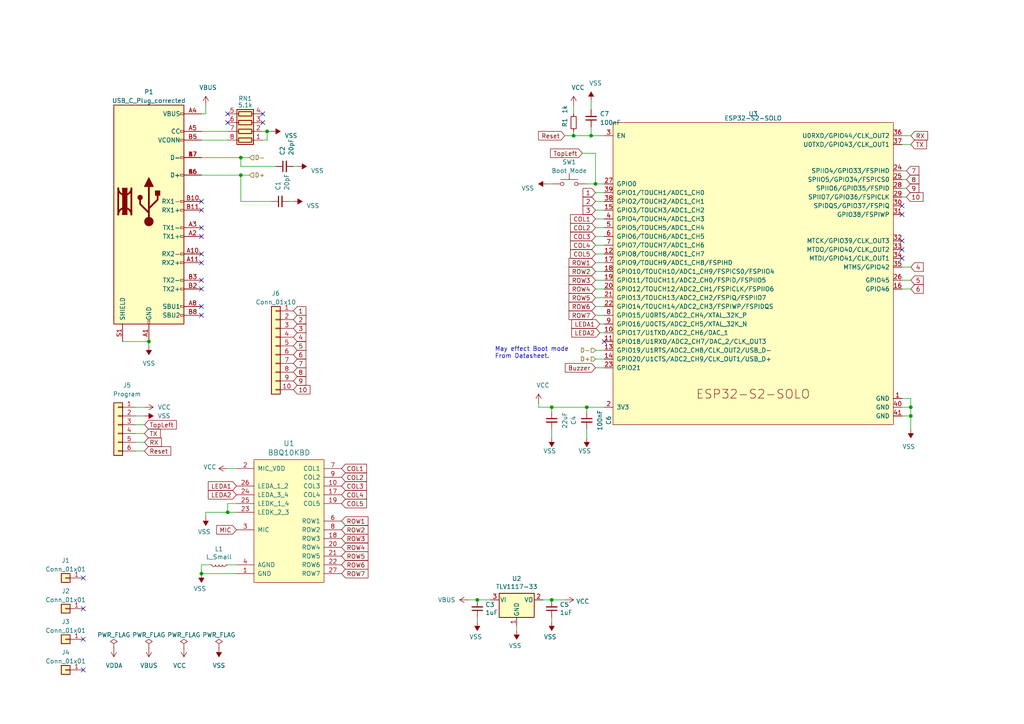
<source format=kicad_sch>
(kicad_sch (version 20220126) (generator eeschema)
  (paper "A4")
  (lib_symbols
    (symbol "Connector_Generic:Conn_01x01" (pin_names (offset 1.016) hide)
      (property "Reference" "J" (at 0 2.54 0))
      (property "Value" "Conn_01x01" (at 0 -2.54 0))
      (symbol "Conn_01x01_1_1"
        (rectangle (start -1.27 0.127) (end 0 -0.127) (stroke (width 0.1524)))
        (rectangle (start -1.27 1.27) (end 1.27 -1.27) (stroke (width 0.254)) (fill (type background)))
        (pin passive line (at -5.08 0 0) (length 3.81) (name "Pin_1") (number "1"))
      )
    )
    (symbol "Connector_Generic:Conn_01x06" (pin_names (offset 1.016) hide)
      (property "Reference" "J" (at 0 7.62 0))
      (property "Value" "Conn_01x06" (at 0 -10.16 0))
      (symbol "Conn_01x06_1_1"
        (rectangle (start -1.27 -7.493) (end 0 -7.747) (stroke (width 0.1524)))
        (rectangle (start -1.27 -4.953) (end 0 -5.207) (stroke (width 0.1524)))
        (rectangle (start -1.27 -2.413) (end 0 -2.667) (stroke (width 0.1524)))
        (rectangle (start -1.27 0.127) (end 0 -0.127) (stroke (width 0.1524)))
        (rectangle (start -1.27 2.667) (end 0 2.413) (stroke (width 0.1524)))
        (rectangle (start -1.27 5.207) (end 0 4.953) (stroke (width 0.1524)))
        (rectangle (start -1.27 6.35) (end 1.27 -8.89) (stroke (width 0.254)) (fill (type background)))
        (pin passive line (at -5.08 5.08 0) (length 3.81) (name "Pin_1") (number "1"))
        (pin passive line (at -5.08 2.54 0) (length 3.81) (name "Pin_2") (number "2"))
        (pin passive line (at -5.08 0 0) (length 3.81) (name "Pin_3") (number "3"))
        (pin passive line (at -5.08 -2.54 0) (length 3.81) (name "Pin_4") (number "4"))
        (pin passive line (at -5.08 -5.08 0) (length 3.81) (name "Pin_5") (number "5"))
        (pin passive line (at -5.08 -7.62 0) (length 3.81) (name "Pin_6") (number "6"))
      )
    )
    (symbol "Connector_Generic:Conn_01x10" (pin_names (offset 1.016) hide)
      (property "Reference" "J" (at 0 12.7 0))
      (property "Value" "Conn_01x10" (at 0 -15.24 0))
      (symbol "Conn_01x10_1_1"
        (rectangle (start -1.27 -12.573) (end 0 -12.827) (stroke (width 0.1524)))
        (rectangle (start -1.27 -10.033) (end 0 -10.287) (stroke (width 0.1524)))
        (rectangle (start -1.27 -7.493) (end 0 -7.747) (stroke (width 0.1524)))
        (rectangle (start -1.27 -4.953) (end 0 -5.207) (stroke (width 0.1524)))
        (rectangle (start -1.27 -2.413) (end 0 -2.667) (stroke (width 0.1524)))
        (rectangle (start -1.27 0.127) (end 0 -0.127) (stroke (width 0.1524)))
        (rectangle (start -1.27 2.667) (end 0 2.413) (stroke (width 0.1524)))
        (rectangle (start -1.27 5.207) (end 0 4.953) (stroke (width 0.1524)))
        (rectangle (start -1.27 7.747) (end 0 7.493) (stroke (width 0.1524)))
        (rectangle (start -1.27 10.287) (end 0 10.033) (stroke (width 0.1524)))
        (rectangle (start -1.27 11.43) (end 1.27 -13.97) (stroke (width 0.254)) (fill (type background)))
        (pin passive line (at -5.08 10.16 0) (length 3.81) (name "Pin_1") (number "1"))
        (pin passive line (at -5.08 -12.7 0) (length 3.81) (name "Pin_10") (number "10"))
        (pin passive line (at -5.08 7.62 0) (length 3.81) (name "Pin_2") (number "2"))
        (pin passive line (at -5.08 5.08 0) (length 3.81) (name "Pin_3") (number "3"))
        (pin passive line (at -5.08 2.54 0) (length 3.81) (name "Pin_4") (number "4"))
        (pin passive line (at -5.08 0 0) (length 3.81) (name "Pin_5") (number "5"))
        (pin passive line (at -5.08 -2.54 0) (length 3.81) (name "Pin_6") (number "6"))
        (pin passive line (at -5.08 -5.08 0) (length 3.81) (name "Pin_7") (number "7"))
        (pin passive line (at -5.08 -7.62 0) (length 3.81) (name "Pin_8") (number "8"))
        (pin passive line (at -5.08 -10.16 0) (length 3.81) (name "Pin_9") (number "9"))
      )
    )
    (symbol "Device:C_Small" (pin_numbers hide) (pin_names (offset 0.254) hide)
      (property "Reference" "C" (at 0.254 1.778 0))
      (property "Value" "C_Small" (at 0.254 -2.032 0))
      (symbol "C_Small_0_1"
        (polyline (pts (xy -1.524 -0.508) (xy 1.524 -0.508)) (stroke (width 0.3302)))
        (polyline (pts (xy -1.524 0.508) (xy 1.524 0.508)) (stroke (width 0.3048)))
      )
      (symbol "C_Small_1_1"
        (pin passive line (at 0 2.54 270) (length 2.032) (name "~") (number "1"))
        (pin passive line (at 0 -2.54 90) (length 2.032) (name "~") (number "2"))
      )
    )
    (symbol "Device:L_Small" (pin_numbers hide) (pin_names (offset 0.254) hide)
      (property "Reference" "L" (at 0.762 1.016 0))
      (property "Value" "L_Small" (at 0.762 -1.016 0))
      (symbol "L_Small_0_1"
        (arc (start 0 -2.032) (mid 0.508 -1.524) (end 0 -1.016))
        (arc (start 0 -1.016) (mid 0.508 -0.508) (end 0 0))
        (arc (start 0 0) (mid 0.508 0.508) (end 0 1.016))
        (arc (start 0 1.016) (mid 0.508 1.524) (end 0 2.032))
      )
      (symbol "L_Small_1_1"
        (pin passive line (at 0 2.54 270) (length 0.508) (name "~") (number "1"))
        (pin passive line (at 0 -2.54 90) (length 0.508) (name "~") (number "2"))
      )
    )
    (symbol "Device:R_Pack04" (pin_names (offset 0) hide)
      (property "Reference" "RN" (at -7.62 0 90))
      (property "Value" "R_Pack04" (at 5.08 0 90))
      (symbol "R_Pack04_0_1"
        (rectangle (start -6.35 -2.413) (end 3.81 2.413) (stroke (width 0.254)) (fill (type background)))
        (rectangle (start -5.715 1.905) (end -4.445 -1.905) (stroke (width 0.254)))
        (rectangle (start -3.175 1.905) (end -1.905 -1.905) (stroke (width 0.254)))
        (rectangle (start -0.635 1.905) (end 0.635 -1.905) (stroke (width 0.254)))
        (polyline (pts (xy -5.08 -2.54) (xy -5.08 -1.905)))
        (polyline (pts (xy -5.08 1.905) (xy -5.08 2.54)))
        (polyline (pts (xy -2.54 -2.54) (xy -2.54 -1.905)))
        (polyline (pts (xy -2.54 1.905) (xy -2.54 2.54)))
        (polyline (pts (xy 0 -2.54) (xy 0 -1.905)))
        (polyline (pts (xy 0 1.905) (xy 0 2.54)))
        (polyline (pts (xy 2.54 -2.54) (xy 2.54 -1.905)))
        (polyline (pts (xy 2.54 1.905) (xy 2.54 2.54)))
        (rectangle (start 1.905 1.905) (end 3.175 -1.905) (stroke (width 0.254)))
      )
      (symbol "R_Pack04_1_1"
        (pin passive line (at -5.08 -5.08 90) (length 2.54) (name "R1.1") (number "1"))
        (pin passive line (at -2.54 -5.08 90) (length 2.54) (name "R2.1") (number "2"))
        (pin passive line (at 0 -5.08 90) (length 2.54) (name "R3.1") (number "3"))
        (pin passive line (at 2.54 -5.08 90) (length 2.54) (name "R4.1") (number "4"))
        (pin passive line (at 2.54 5.08 270) (length 2.54) (name "R4.2") (number "5"))
        (pin passive line (at 0 5.08 270) (length 2.54) (name "R3.2") (number "6"))
        (pin passive line (at -2.54 5.08 270) (length 2.54) (name "R2.2") (number "7"))
        (pin passive line (at -5.08 5.08 270) (length 2.54) (name "R1.2") (number "8"))
      )
    )
    (symbol "Device:R_Small" (pin_numbers hide) (pin_names (offset 0.254) hide)
      (property "Reference" "R" (at 0.762 0.508 0))
      (property "Value" "R_Small" (at 0.762 -1.016 0))
      (symbol "R_Small_0_1"
        (rectangle (start -0.762 1.778) (end 0.762 -1.778) (stroke (width 0.2032)))
      )
      (symbol "R_Small_1_1"
        (pin passive line (at 0 2.54 270) (length 0.762) (name "~") (number "1"))
        (pin passive line (at 0 -2.54 90) (length 0.762) (name "~") (number "2"))
      )
    )
    (symbol "E73_Test-rescue:BBQ10KBD-Keyboard" (pin_names (offset 1.016))
      (property "Reference" "U" (at 10.16 19.05 0))
      (property "Value" "BBQ10KBD-Keyboard" (at 1.27 -19.05 0))
      (symbol "BBQ10KBD-Keyboard_0_1"
        (rectangle (start -10.16 17.78) (end 10.16 -17.78) (fill (type background)))
      )
      (symbol "BBQ10KBD-Keyboard_1_1"
        (pin power_in line (at -15.24 -15.24 0) (length 5.08) (name "GND") (number "1"))
        (pin output line (at 15.24 10.16 180) (length 5.08) (name "COL3") (number "10"))
        (pin passive line (at -15.24 -15.24 0) (length 5.08) hide (name "GND") (number "11"))
        (pin passive line (at -15.24 -15.24 0) (length 5.08) hide (name "GND") (number "12"))
        (pin passive line (at -15.24 -15.24 0) (length 5.08) hide (name "GND") (number "13"))
        (pin passive line (at -15.24 -15.24 0) (length 5.08) hide (name "GND") (number "14"))
        (pin passive line (at -15.24 -15.24 0) (length 5.08) hide (name "GND") (number "15"))
        (pin passive line (at -15.24 -15.24 0) (length 5.08) hide (name "GND") (number "16"))
        (pin output line (at 15.24 7.62 180) (length 5.08) (name "COL4") (number "17"))
        (pin output line (at 15.24 -5.08 180) (length 5.08) (name "ROW3") (number "18"))
        (pin output line (at 15.24 5.08 180) (length 5.08) (name "COL5") (number "19"))
        (pin power_in line (at -15.24 15.24 0) (length 5.08) (name "MIC_VDD") (number "2"))
        (pin output line (at 15.24 -7.62 180) (length 5.08) (name "ROW4") (number "20"))
        (pin output line (at 15.24 -10.16 180) (length 5.08) (name "ROW5") (number "21"))
        (pin output line (at 15.24 -12.7 180) (length 5.08) (name "ROW6") (number "22"))
        (pin power_in line (at -15.24 2.54 0) (length 5.08) (name "LEDK_2_3") (number "23"))
        (pin power_in line (at -15.24 7.62 0) (length 5.08) (name "LEDA_3_4") (number "24"))
        (pin power_in line (at -15.24 5.08 0) (length 5.08) (name "LEDK_1_4") (number "25"))
        (pin power_in line (at -15.24 10.16 0) (length 5.08) (name "LEDA_1_2") (number "26"))
        (pin output line (at 15.24 -15.24 180) (length 5.08) (name "ROW7") (number "27"))
        (pin passive line (at -15.24 -15.24 0) (length 5.08) hide (name "GND") (number "28"))
        (pin output line (at -15.24 -2.54 0) (length 5.08) (name "MIC") (number "3"))
        (pin power_in line (at -15.24 -12.7 0) (length 5.08) (name "AGND") (number "4"))
        (pin passive line (at -15.24 -15.24 0) (length 5.08) hide (name "GND") (number "5"))
        (pin output line (at 15.24 0 180) (length 5.08) (name "ROW1") (number "6"))
        (pin output line (at 15.24 15.24 180) (length 5.08) (name "COL1") (number "7"))
        (pin output line (at 15.24 -2.54 180) (length 5.08) (name "ROW2") (number "8"))
        (pin output line (at 15.24 12.7 180) (length 5.08) (name "COL2") (number "9"))
      )
    )
    (symbol "Espressif:ESP32-S2-SOLO" (pin_names (offset 1.016))
      (property "Reference" "U" (at 0 43.18 0))
      (property "Value" "ESP32-S2-SOLO" (at 0 -46.99 0))
      (symbol "ESP32-S2-SOLO_0_1"
        (rectangle (start -40.64 41.91) (end 40.64 -45.72) (fill (type background)))
      )
      (symbol "ESP32-S2-SOLO_1_1"
        (text "ESP32-S2-SOLO" (at 0 -36.83 0) (effects (font (size 2.54 2.54))))
        (pin power_in line (at 43.18 -38.1 180) (length 2.54) (name "GND") (number "1"))
        (pin bidirectional line (at -43.18 -19.05 0) (length 2.54) (name "GPIO17/U1TXD/ADC2_CH6/DAC_1") (number "10"))
        (pin bidirectional line (at -43.18 -21.59 0) (length 2.54) (name "GPIO18/U1RXD/ADC2_CH7/DAC_2/CLK_OUT3") (number "11"))
        (pin bidirectional line (at -43.18 3.81 0) (length 2.54) (name "GPIO8/TOUCH8/ADC1_CH7") (number "12"))
        (pin bidirectional line (at -43.18 -24.13 0) (length 2.54) (name "GPIO19/U1RTS/ADC2_CH8/CLK_OUT2/USB_D-") (number "13"))
        (pin bidirectional line (at -43.18 -26.67 0) (length 2.54) (name "GPIO20/U1CTS/ADC2_CH9/CLK_OUT1/USB_D+") (number "14"))
        (pin bidirectional line (at -43.18 16.51 0) (length 2.54) (name "GPIO3/TOUCH3/ADC1_CH2") (number "15"))
        (pin input line (at 43.18 -6.35 180) (length 2.54) (name "GPIO46") (number "16"))
        (pin bidirectional line (at -43.18 1.27 0) (length 2.54) (name "GPIO9/TOUCH9/ADC1_CH8/FSPIHD") (number "17"))
        (pin bidirectional line (at -43.18 -1.27 0) (length 2.54) (name "GPIO10/TOUCH10/ADC1_CH9/FSPICS0/FSPIIO4") (number "18"))
        (pin bidirectional line (at -43.18 -3.81 0) (length 2.54) (name "GPIO11/TOUCH11/ADC2_CH0/FSPID/FSPIIO5") (number "19"))
        (pin power_in line (at -43.18 -40.64 0) (length 2.54) (name "3V3") (number "2"))
        (pin bidirectional line (at -43.18 -6.35 0) (length 2.54) (name "GPIO12/TOUCH12/ADC2_CH1/FSPICLK/FSPIIO6") (number "20"))
        (pin bidirectional line (at -43.18 -8.89 0) (length 2.54) (name "GPIO13/TOUCH13/ADC2_CH2/FSPIQ/FSPIIO7") (number "21"))
        (pin bidirectional line (at -43.18 -11.43 0) (length 2.54) (name "GPIO14/TOUCH14/ADC2_CH3/FSPIWP/FSPIDQS") (number "22"))
        (pin bidirectional line (at -43.18 -29.21 0) (length 2.54) (name "GPIO21") (number "23"))
        (pin bidirectional line (at 43.18 27.94 180) (length 2.54) (name "SPIIO4/GPIO33/FSPIHD") (number "24"))
        (pin bidirectional line (at 43.18 25.4 180) (length 2.54) (name "SPIIO5/GPIO34/FSPICS0") (number "25"))
        (pin bidirectional line (at 43.18 -3.81 180) (length 2.54) (name "GPIO45") (number "26"))
        (pin bidirectional line (at -43.18 24.13 0) (length 2.54) (name "GPIO0") (number "27"))
        (pin bidirectional line (at 43.18 22.86 180) (length 2.54) (name "SPIIO6/GPIO35/FSPID") (number "28"))
        (pin bidirectional line (at 43.18 20.32 180) (length 2.54) (name "SPIIO7/GPIO36/FSPICLK") (number "29"))
        (pin bidirectional line (at -43.18 38.1 0) (length 2.54) (name "EN") (number "3"))
        (pin bidirectional line (at 43.18 17.78 180) (length 2.54) (name "SPIDQS/GPIO37/FSPIQ") (number "30"))
        (pin bidirectional line (at 43.18 15.24 180) (length 2.54) (name "GPIO38/FSPIWP") (number "31"))
        (pin bidirectional line (at 43.18 7.62 180) (length 2.54) (name "MTCK/GPIO39/CLK_OUT3") (number "32"))
        (pin bidirectional line (at 43.18 5.08 180) (length 2.54) (name "MTDO/GPIO40/CLK_OUT2") (number "33"))
        (pin bidirectional line (at 43.18 2.54 180) (length 2.54) (name "MTDI/GPIO41/CLK_OUT1") (number "34"))
        (pin bidirectional line (at 43.18 0 180) (length 2.54) (name "MTMS/GPIO42") (number "35"))
        (pin bidirectional line (at 43.18 38.1 180) (length 2.54) (name "U0RXD/GPIO44/CLK_OUT2") (number "36"))
        (pin bidirectional line (at 43.18 35.56 180) (length 2.54) (name "U0TXD/GPIO43/CLK_OUT1") (number "37"))
        (pin bidirectional line (at -43.18 19.05 0) (length 2.54) (name "GPIO2/TOUCH2/ADC1_CH1") (number "38"))
        (pin bidirectional line (at -43.18 21.59 0) (length 2.54) (name "GPIO1/TOUCH1/ADC1_CH0") (number "39"))
        (pin bidirectional line (at -43.18 13.97 0) (length 2.54) (name "GPIO4/TOUCH4/ADC1_CH3") (number "4"))
        (pin input line (at 43.18 -40.64 180) (length 2.54) (name "GND") (number "40"))
        (pin input line (at 43.18 -43.18 180) (length 2.54) (name "GND") (number "41"))
        (pin bidirectional line (at -43.18 11.43 0) (length 2.54) (name "GPIO5/TOUCH5/ADC1_CH4") (number "5"))
        (pin bidirectional line (at -43.18 8.89 0) (length 2.54) (name "GPIO6/TOUCH6/ADC1_CH5") (number "6"))
        (pin bidirectional line (at -43.18 6.35 0) (length 2.54) (name "GPIO7/TOUCH7/ADC1_CH6") (number "7"))
        (pin bidirectional line (at -43.18 -13.97 0) (length 2.54) (name "GPIO15/U0RTS/ADC2_CH4/XTAL_32K_P") (number "8"))
        (pin bidirectional line (at -43.18 -16.51 0) (length 2.54) (name "GPIO16/U0CTS/ADC2_CH5/XTAL_32K_N") (number "9"))
      )
    )
    (symbol "Regulator_Linear:TLV1117-33" (pin_names (offset 0.254))
      (property "Reference" "U" (at -3.81 3.175 0))
      (property "Value" "TLV1117-33" (at 0 3.175 0))
      (symbol "TLV1117-33_0_1"
        (rectangle (start -5.08 -5.08) (end 5.08 1.905) (stroke (width 0.254)) (fill (type background)))
      )
      (symbol "TLV1117-33_1_1"
        (pin power_in line (at 0 -7.62 90) (length 2.54) (name "GND") (number "1"))
        (pin power_out line (at 7.62 0 180) (length 2.54) (name "VO") (number "2"))
        (pin power_in line (at -7.62 0 0) (length 2.54) (name "VI") (number "3"))
      )
    )
    (symbol "Switch:SW_Push" (pin_numbers hide) (pin_names (offset 1.016) hide)
      (property "Reference" "SW" (at 1.27 2.54 0))
      (property "Value" "SW_Push" (at 0 -1.524 0))
      (symbol "SW_Push_0_1"
        (circle (center -2.032 0) (radius 0.508))
        (polyline (pts (xy 0 1.27) (xy 0 3.048)))
        (polyline (pts (xy 2.54 1.27) (xy -2.54 1.27)))
        (circle (center 2.032 0) (radius 0.508))
        (pin passive line (at -5.08 0 0) (length 2.54) (name "1") (number "1"))
        (pin passive line (at 5.08 0 180) (length 2.54) (name "2") (number "2"))
      )
    )
    (symbol "USB_C_Plug_corrected_1" (pin_names (offset 1.016))
      (property "Reference" "P" (at -10.16 29.21 0))
      (property "Value" "USB_C_Plug_corrected_1" (at 10.16 29.21 0))
      (symbol "USB_C_Plug_corrected_1_0_0"
        (rectangle (start -0.254 -35.56) (end 0.254 -34.544))
        (rectangle (start 10.16 -32.766) (end 9.144 -33.274))
        (rectangle (start 10.16 -30.226) (end 9.144 -30.734))
        (rectangle (start 10.16 -25.146) (end 9.144 -25.654))
        (rectangle (start 10.16 -22.606) (end 9.144 -23.114))
        (rectangle (start 10.16 -17.526) (end 9.144 -18.034))
        (rectangle (start 10.16 -14.986) (end 9.144 -15.494))
        (rectangle (start 10.16 -9.906) (end 9.144 -10.414))
        (rectangle (start 10.16 -7.366) (end 9.144 -7.874))
        (rectangle (start 10.16 -2.286) (end 9.144 -2.794))
        (rectangle (start 10.16 0.254) (end 9.144 -0.254))
        (rectangle (start 10.16 7.874) (end 9.144 7.366))
        (rectangle (start 10.16 12.954) (end 9.144 12.446))
        (rectangle (start 10.16 18.034) (end 9.144 17.526))
        (rectangle (start 10.16 20.574) (end 9.144 20.066))
        (rectangle (start 10.16 25.654) (end 9.144 25.146))
      )
      (symbol "USB_C_Plug_corrected_1_0_1"
        (rectangle (start -10.16 27.94) (end 10.16 -35.56) (stroke (width 0.254)) (fill (type background)))
        (arc (start -8.89 3.81) (mid -6.985 1.905) (end -5.08 3.81) (stroke (width 0.508)))
        (rectangle (start -7.62 -3.81) (end -6.35 3.81) (stroke (width 0.254)) (fill (type outline)))
        (arc (start -7.62 3.81) (mid -6.985 3.175) (end -6.35 3.81) (stroke (width 0.254)))
        (arc (start -7.62 3.81) (mid -6.985 3.175) (end -6.35 3.81) (stroke (width 0.254)) (fill (type outline)))
        (arc (start -6.35 -3.81) (mid -6.985 -3.175) (end -7.62 -3.81) (stroke (width 0.254)))
        (arc (start -6.35 -3.81) (mid -6.985 -3.175) (end -7.62 -3.81) (stroke (width 0.254)) (fill (type outline)))
        (arc (start -5.08 -3.81) (mid -6.985 -1.905) (end -8.89 -3.81) (stroke (width 0.508)))
        (polyline (pts (xy -8.89 -3.81) (xy -8.89 3.81)) (stroke (width 0.508)))
        (polyline (pts (xy -5.08 3.81) (xy -5.08 -3.81)) (stroke (width 0.508)))
      )
      (symbol "USB_C_Plug_corrected_1_1_1"
        (circle (center -2.54 1.143) (radius 0.635) (stroke (width 0.254)) (fill (type outline)))
        (circle (center 0 -5.842) (radius 1.27) (fill (type outline)))
        (polyline (pts (xy 0 -5.842) (xy 0 4.318)) (stroke (width 0.508)))
        (polyline (pts (xy 0 -3.302) (xy -2.54 -0.762) (xy -2.54 0.508)) (stroke (width 0.508)))
        (polyline (pts (xy 0 -2.032) (xy 2.54 0.508) (xy 2.54 1.778)) (stroke (width 0.508)))
        (polyline (pts (xy -1.27 4.318) (xy 0 6.858) (xy 1.27 4.318) (xy -1.27 4.318)) (stroke (width 0.254)) (fill (type outline)))
        (rectangle (start 1.905 1.778) (end 3.175 3.048) (stroke (width 0.254)) (fill (type outline)))
        (pin passive line (at 0 -40.64 90) (length 5.08) (name "GND") (number "A1"))
        (pin bidirectional line (at 15.24 -15.24 180) (length 5.08) (name "RX2-") (number "A10"))
        (pin bidirectional line (at 15.24 -17.78 180) (length 5.08) (name "RX2+") (number "A11"))
        (pin passive line (at 0 -40.64 90) (length 5.08) hide (name "GND") (number "A12"))
        (pin bidirectional line (at 15.24 -10.16 180) (length 5.08) (name "TX1+") (number "A2"))
        (pin bidirectional line (at 15.24 -7.62 180) (length 5.08) (name "TX1-") (number "A3"))
        (pin passive line (at 15.24 25.4 180) (length 5.08) (name "VBUS") (number "A4"))
        (pin bidirectional line (at 15.24 20.32 180) (length 5.08) (name "CC") (number "A5"))
        (pin bidirectional line (at 15.24 7.62 180) (length 5.08) (name "D+") (number "A6"))
        (pin bidirectional line (at 15.24 12.7 180) (length 5.08) (name "D-") (number "A7"))
        (pin bidirectional line (at 15.24 -30.48 180) (length 5.08) (name "SBU1") (number "A8"))
        (pin passive line (at 15.24 25.4 180) (length 5.08) hide (name "VBUS") (number "A9"))
        (pin passive line (at 0 -40.64 90) (length 5.08) hide (name "GND") (number "B1"))
        (pin bidirectional line (at 15.24 0 180) (length 5.08) (name "RX1-") (number "B10"))
        (pin bidirectional line (at 15.24 -2.54 180) (length 5.08) (name "RX1+") (number "B11"))
        (pin passive line (at 0 -40.64 90) (length 5.08) hide (name "GND") (number "B12"))
        (pin bidirectional line (at 15.24 -25.4 180) (length 5.08) (name "TX2+") (number "B2"))
        (pin bidirectional line (at 15.24 -22.86 180) (length 5.08) (name "TX2-") (number "B3"))
        (pin passive line (at 15.24 25.4 180) (length 5.08) hide (name "VBUS") (number "B4"))
        (pin bidirectional line (at 15.24 17.78 180) (length 5.08) (name "VCONN") (number "B5"))
        (pin bidirectional line (at 15.24 7.62 180) (length 5.08) (name "D+") (number "B6"))
        (pin bidirectional line (at 15.24 12.7 180) (length 5.08) (name "D-") (number "B7"))
        (pin bidirectional line (at 15.24 -33.02 180) (length 5.08) (name "SBU2") (number "B8"))
        (pin passive line (at 15.24 25.4 180) (length 5.08) hide (name "VBUS") (number "B9"))
        (pin passive line (at -7.62 -40.64 90) (length 5.08) (name "SHIELD") (number "S1"))
      )
    )
    (symbol "power:PWR_FLAG" (power) (pin_numbers hide) (pin_names (offset 0) hide)
      (property "Value" "PWR_FLAG" (at 0 3.81 0))
      (symbol "PWR_FLAG_0_0"
        (pin power_out line (at 0 0 90) (length 0) (name "pwr") (number "1"))
      )
      (symbol "PWR_FLAG_0_1"
        (polyline (pts (xy 0 0) (xy 0 1.27) (xy -1.016 1.905) (xy 0 2.54) (xy 1.016 1.905) (xy 0 1.27)))
      )
    )
    (symbol "power:VBUS" (power) (pin_names (offset 0))
      (property "Value" "VBUS" (at 0 3.81 0))
      (symbol "VBUS_0_1"
        (polyline (pts (xy -0.762 1.27) (xy 0 2.54)))
        (polyline (pts (xy 0 0) (xy 0 2.54)))
        (polyline (pts (xy 0 2.54) (xy 0.762 1.27)))
      )
      (symbol "VBUS_1_1"
        (pin power_in line (at 0 0 90) (length 0) hide (name "VBUS") (number "1"))
      )
    )
    (symbol "power:VCC" (power) (pin_names (offset 0))
      (property "Value" "VCC" (at 0 3.81 0))
      (symbol "VCC_0_1"
        (polyline (pts (xy -0.762 1.27) (xy 0 2.54)))
        (polyline (pts (xy 0 0) (xy 0 2.54)))
        (polyline (pts (xy 0 2.54) (xy 0.762 1.27)))
      )
      (symbol "VCC_1_1"
        (pin power_in line (at 0 0 90) (length 0) hide (name "VCC") (number "1"))
      )
    )
    (symbol "power:VDDA" (power) (pin_names (offset 0))
      (property "Value" "VDDA" (at 0 3.81 0))
      (symbol "VDDA_0_1"
        (polyline (pts (xy -0.762 1.27) (xy 0 2.54)))
        (polyline (pts (xy 0 0) (xy 0 2.54)))
        (polyline (pts (xy 0 2.54) (xy 0.762 1.27)))
      )
      (symbol "VDDA_1_1"
        (pin power_in line (at 0 0 90) (length 0) hide (name "VDDA") (number "1"))
      )
    )
    (symbol "power:VSS" (power) (pin_names (offset 0))
      (property "Value" "VSS" (at 0 3.81 0))
      (symbol "VSS_0_1"
        (polyline (pts (xy 0 0) (xy 0 2.54)))
        (polyline (pts (xy 0.762 1.27) (xy -0.762 1.27) (xy 0 2.54) (xy 0.762 1.27)) (fill (type outline)))
      )
      (symbol "VSS_1_1"
        (pin power_in line (at 0 0 90) (length 0) hide (name "VSS") (number "1"))
      )
    )
  )
  (junction (at 166.37 39.37) (diameter 0.9144))
  (junction (at 69.85 50.8) (diameter 0.9144))
  (junction (at 264.16 120.65))
  (junction (at 43.18 99.06))
  (junction (at 58.42 166.37))
  (junction (at 69.85 45.72) (diameter 0.9144))
  (junction (at 160.02 173.99))
  (junction (at 66.04 148.59))
  (junction (at 77.47 38.1) (diameter 0.9144))
  (junction (at 138.43 173.99))
  (junction (at 171.45 39.37))
  (junction (at 264.16 118.11))
  (junction (at 170.18 118.11))
  (junction (at 172.72 53.34))
  (junction (at 160.02 118.11))
  (no_connect (at 58.42 68.58))
  (no_connect (at 24.13 167.64))
  (no_connect (at 261.62 62.23))
  (no_connect (at 261.62 69.85))
  (no_connect (at 175.26 99.06))
  (no_connect (at 76.2 35.56))
  (no_connect (at 58.42 83.82))
  (no_connect (at 261.62 72.39))
  (no_connect (at 261.62 59.69))
  (no_connect (at 76.2 33.02))
  (no_connect (at 58.42 58.42))
  (no_connect (at 24.13 194.31))
  (no_connect (at 58.42 88.9))
  (no_connect (at 58.42 76.2))
  (no_connect (at 261.62 74.93))
  (no_connect (at 24.13 176.53))
  (no_connect (at 58.42 60.96))
  (no_connect (at 58.42 73.66))
  (no_connect (at 58.42 66.04))
  (no_connect (at 66.04 35.56))
  (no_connect (at 66.04 33.02))
  (no_connect (at 58.42 81.28))
  (no_connect (at 58.42 91.44))
  (no_connect (at 24.13 185.42))
  (wire (pts (xy 69.85 50.8) (xy 72.39 50.8)))
  (wire (pts (xy 69.85 58.42) (xy 69.85 50.8)))
  (wire (pts (xy 160.02 173.99) (xy 163.83 173.99)))
  (wire (pts (xy 78.74 58.42) (xy 69.85 58.42)))
  (wire (pts (xy 83.82 58.42) (xy 85.09 58.42)))
  (wire (pts (xy 35.56 99.06) (xy 43.18 99.06)))
  (wire (pts (xy 172.72 60.96) (xy 175.26 60.96)))
  (wire (pts (xy 172.72 44.45) (xy 172.72 53.34)))
  (wire (pts (xy 172.72 91.44) (xy 175.26 91.44)))
  (wire (pts (xy 58.42 163.83) (xy 60.96 163.83)))
  (wire (pts (xy 166.37 38.1) (xy 166.37 39.37)))
  (wire (pts (xy 76.2 40.64) (xy 77.47 40.64)))
  (wire (pts (xy 58.42 166.37) (xy 58.42 163.83)))
  (wire (pts (xy 261.62 49.53) (xy 262.89 49.53)))
  (wire (pts (xy 160.02 53.34) (xy 158.75 53.34)))
  (wire (pts (xy 39.37 120.65) (xy 41.91 120.65)))
  (wire (pts (xy 172.72 104.14) (xy 175.26 104.14)))
  (wire (pts (xy 58.42 38.1) (xy 66.04 38.1)))
  (wire (pts (xy 264.16 115.57) (xy 264.16 118.11)))
  (wire (pts (xy 68.58 148.59) (xy 66.04 148.59)))
  (wire (pts (xy 76.2 38.1) (xy 77.47 38.1)))
  (wire (pts (xy 58.42 40.64) (xy 66.04 40.64)))
  (wire (pts (xy 175.26 93.98) (xy 173.99 93.98)))
  (wire (pts (xy 59.69 30.48) (xy 59.69 33.02)))
  (wire (pts (xy 172.72 81.28) (xy 175.26 81.28)))
  (wire (pts (xy 172.72 66.04) (xy 175.26 66.04)))
  (wire (pts (xy 172.72 86.36) (xy 175.26 86.36)))
  (wire (pts (xy 261.62 57.15) (xy 262.89 57.15)))
  (wire (pts (xy 261.62 54.61) (xy 262.89 54.61)))
  (wire (pts (xy 68.58 166.37) (xy 58.42 166.37)))
  (wire (pts (xy 264.16 120.65) (xy 264.16 124.46)))
  (wire (pts (xy 166.37 39.37) (xy 171.45 39.37)))
  (wire (pts (xy 261.62 118.11) (xy 264.16 118.11)))
  (wire (pts (xy 39.37 125.73) (xy 41.91 125.73)))
  (wire (pts (xy 261.62 81.28) (xy 264.16 81.28)))
  (wire (pts (xy 261.62 83.82) (xy 264.16 83.82)))
  (wire (pts (xy 43.18 99.06) (xy 43.18 100.33)))
  (wire (pts (xy 77.47 38.1) (xy 77.47 40.64)))
  (wire (pts (xy 58.42 45.72) (xy 69.85 45.72)))
  (wire (pts (xy 59.69 33.02) (xy 58.42 33.02)))
  (wire (pts (xy 156.21 116.84) (xy 156.21 118.11)))
  (wire (pts (xy 261.62 41.91) (xy 264.16 41.91)))
  (wire (pts (xy 168.91 44.45) (xy 172.72 44.45)))
  (wire (pts (xy 58.42 50.8) (xy 69.85 50.8)))
  (wire (pts (xy 172.72 78.74) (xy 175.26 78.74)))
  (wire (pts (xy 66.04 148.59) (xy 59.69 148.59)))
  (wire (pts (xy 160.02 180.34) (xy 160.02 179.07)))
  (wire (pts (xy 171.45 39.37) (xy 175.26 39.37)))
  (wire (pts (xy 156.21 118.11) (xy 160.02 118.11)))
  (wire (pts (xy 261.62 120.65) (xy 264.16 120.65)))
  (wire (pts (xy 80.01 48.26) (xy 69.85 48.26)))
  (wire (pts (xy 39.37 123.19) (xy 41.91 123.19)))
  (wire (pts (xy 175.26 96.52) (xy 173.99 96.52)))
  (wire (pts (xy 59.69 148.59) (xy 59.69 149.86)))
  (wire (pts (xy 163.83 39.37) (xy 166.37 39.37)))
  (wire (pts (xy 172.72 58.42) (xy 175.26 58.42)))
  (wire (pts (xy 172.72 55.88) (xy 175.26 55.88)))
  (wire (pts (xy 160.02 124.46) (xy 160.02 127)))
  (wire (pts (xy 149.86 182.88) (xy 149.86 181.61)))
  (wire (pts (xy 157.48 173.99) (xy 160.02 173.99)))
  (wire (pts (xy 170.18 53.34) (xy 172.72 53.34)))
  (wire (pts (xy 69.85 48.26) (xy 69.85 45.72)))
  (wire (pts (xy 261.62 52.07) (xy 262.89 52.07)))
  (wire (pts (xy 172.72 88.9) (xy 175.26 88.9)))
  (wire (pts (xy 85.09 48.26) (xy 86.36 48.26)))
  (wire (pts (xy 261.62 77.47) (xy 264.16 77.47)))
  (wire (pts (xy 172.72 101.6) (xy 175.26 101.6)))
  (wire (pts (xy 170.18 124.46) (xy 170.18 127)))
  (wire (pts (xy 172.72 53.34) (xy 175.26 53.34)))
  (wire (pts (xy 170.18 118.11) (xy 170.18 119.38)))
  (wire (pts (xy 261.62 39.37) (xy 264.16 39.37)))
  (wire (pts (xy 138.43 180.34) (xy 138.43 179.07)))
  (wire (pts (xy 39.37 130.81) (xy 41.91 130.81)))
  (wire (pts (xy 170.18 118.11) (xy 175.26 118.11)))
  (wire (pts (xy 68.58 146.05) (xy 66.04 146.05)))
  (wire (pts (xy 172.72 83.82) (xy 175.26 83.82)))
  (wire (pts (xy 69.85 45.72) (xy 72.39 45.72)))
  (wire (pts (xy 261.62 115.57) (xy 264.16 115.57)))
  (wire (pts (xy 135.89 173.99) (xy 138.43 173.99)))
  (wire (pts (xy 172.72 71.12) (xy 175.26 71.12)))
  (wire (pts (xy 166.37 30.48) (xy 166.37 33.02)))
  (wire (pts (xy 160.02 118.11) (xy 170.18 118.11)))
  (wire (pts (xy 171.45 29.21) (xy 171.45 31.75)))
  (wire (pts (xy 138.43 173.99) (xy 142.24 173.99)))
  (wire (pts (xy 172.72 106.68) (xy 175.26 106.68)))
  (wire (pts (xy 39.37 128.27) (xy 41.91 128.27)))
  (wire (pts (xy 172.72 63.5) (xy 175.26 63.5)))
  (wire (pts (xy 39.37 118.11) (xy 41.91 118.11)))
  (wire (pts (xy 172.72 68.58) (xy 175.26 68.58)))
  (wire (pts (xy 66.04 163.83) (xy 68.58 163.83)))
  (wire (pts (xy 77.47 38.1) (xy 78.74 38.1)))
  (wire (pts (xy 171.45 36.83) (xy 171.45 39.37)))
  (wire (pts (xy 66.04 146.05) (xy 66.04 148.59)))
  (wire (pts (xy 264.16 118.11) (xy 264.16 120.65)))
  (wire (pts (xy 66.04 135.89) (xy 68.58 135.89)))
  (wire (pts (xy 160.02 118.11) (xy 160.02 119.38)))
  (wire (pts (xy 172.72 73.66) (xy 175.26 73.66)))
  (wire (pts (xy 172.72 76.2) (xy 175.26 76.2)))
  (text "May effect Boot mode\nFrom Datasheet." (at 143.51 104.14 0) (effects (font (size 1.27 1.27)) (justify left bottom)))
  (global_label "ROW3" (shape input) (at 172.72 81.28 180) (property "Intersheetrefs" "${INTERSHEET_REFS}" (effects hide)))
  (global_label "10" (shape input) (at 85.09 113.03 0) (property "Intersheetrefs" "${INTERSHEET_REFS}" (at 90.256 113.03 0) (effects (justify left))))
  (global_label "2" (shape input) (at 85.09 92.71 0) (property "Intersheet References" "${INTERSHEET_REFS}" (effects hide)))
  (global_label "ROW1" (shape input) (at 99.06 151.13 0) (property "Intersheetrefs" "${INTERSHEET_REFS}" (effects hide)))
  (global_label "COL5" (shape input) (at 172.72 73.66 180) (property "Intersheetrefs" "${INTERSHEET_REFS}" (effects hide)))
  (global_label "COL4" (shape input) (at 172.72 71.12 180) (property "Intersheetrefs" "${INTERSHEET_REFS}" (effects hide)))
  (global_label "ROW4" (shape input) (at 172.72 83.82 180) (property "Intersheetrefs" "${INTERSHEET_REFS}" (effects hide)))
  (global_label "LEDA2" (shape input) (at 173.99 96.52 180) (property "Intersheetrefs" "${INTERSHEET_REFS}" (effects hide)))
  (global_label "7" (shape input) (at 262.89 49.53 0) (property "Intersheet References" "${INTERSHEET_REFS}" (effects hide)))
  (global_label "Reset" (shape input) (at 163.83 39.37 180) (property "Intersheet References" "${INTERSHEET_REFS}" (effects hide)))
  (global_label "ROW5" (shape input) (at 99.06 161.29 0) (property "Intersheetrefs" "${INTERSHEET_REFS}" (effects hide)))
  (global_label "COL1" (shape input) (at 172.72 63.5 180) (property "Intersheetrefs" "${INTERSHEET_REFS}" (effects hide)))
  (global_label "COL5" (shape input) (at 99.06 146.05 0) (property "Intersheetrefs" "${INTERSHEET_REFS}" (effects hide)))
  (global_label "4" (shape input) (at 264.16 77.47 0) (property "Intersheet References" "${INTERSHEET_REFS}" (effects hide)))
  (global_label "2" (shape input) (at 172.72 58.42 180) (property "Intersheetrefs" "${INTERSHEET_REFS}" (at 168.7635 58.42 0) (effects (justify right))))
  (global_label "TX" (shape input) (at 264.16 41.91 0) (property "Intersheet References" "${INTERSHEET_REFS}" (effects hide)))
  (global_label "ROW7" (shape input) (at 99.06 166.37 0) (property "Intersheetrefs" "${INTERSHEET_REFS}" (effects hide)))
  (global_label "COL2" (shape input) (at 172.72 66.04 180) (property "Intersheetrefs" "${INTERSHEET_REFS}" (effects hide)))
  (global_label "COL3" (shape input) (at 172.72 68.58 180) (property "Intersheetrefs" "${INTERSHEET_REFS}" (effects hide)))
  (global_label "9" (shape input) (at 85.09 110.49 0) (property "Intersheetrefs" "${INTERSHEET_REFS}" (at 89.0465 110.49 0) (effects (justify left))))
  (global_label "COL1" (shape input) (at 99.06 135.89 0) (property "Intersheetrefs" "${INTERSHEET_REFS}" (effects hide)))
  (global_label "Reset" (shape input) (at 41.91 130.81 0) (property "Intersheet References" "${INTERSHEET_REFS}" (effects hide)))
  (global_label "3" (shape input) (at 172.72 60.96 180) (property "Intersheetrefs" "${INTERSHEET_REFS}" (at 168.7635 60.96 0) (effects (justify right))))
  (global_label "TopLeft" (shape input) (at 168.91 44.45 180) (property "Intersheetrefs" "${INTERSHEET_REFS}" (effects hide)))
  (global_label "8" (shape input) (at 262.89 52.07 0) (property "Intersheetrefs" "${INTERSHEET_REFS}" (effects hide)))
  (global_label "5" (shape input) (at 85.09 100.33 0) (property "Intersheetrefs" "${INTERSHEET_REFS}" (at 89.0465 100.33 0) (effects (justify left))))
  (global_label "ROW4" (shape input) (at 99.06 158.75 0) (property "Intersheetrefs" "${INTERSHEET_REFS}" (effects hide)))
  (global_label "LEDA1" (shape input) (at 68.58 140.97 180) (property "Intersheetrefs" "${INTERSHEET_REFS}" (effects hide)))
  (global_label "TopLeft" (shape input) (at 41.91 123.19 0) (property "Intersheetrefs" "${INTERSHEET_REFS}" (effects hide)))
  (global_label "LEDA1" (shape input) (at 173.99 93.98 180) (property "Intersheetrefs" "${INTERSHEET_REFS}" (effects hide)))
  (global_label "5" (shape input) (at 264.16 81.28 0) (property "Intersheetrefs" "${INTERSHEET_REFS}" (effects hide)))
  (global_label "ROW6" (shape input) (at 172.72 88.9 180) (property "Intersheetrefs" "${INTERSHEET_REFS}" (effects hide)))
  (global_label "4" (shape input) (at 85.09 97.79 0) (property "Intersheetrefs" "${INTERSHEET_REFS}" (at 89.0465 97.79 0) (effects (justify left))))
  (global_label "9" (shape input) (at 262.89 54.61 0) (property "Intersheetrefs" "${INTERSHEET_REFS}" (effects hide)))
  (global_label "ROW2" (shape input) (at 172.72 78.74 180) (property "Intersheetrefs" "${INTERSHEET_REFS}" (effects hide)))
  (global_label "ROW7" (shape input) (at 172.72 91.44 180) (property "Intersheetrefs" "${INTERSHEET_REFS}" (effects hide)))
  (global_label "3" (shape input) (at 85.09 95.25 0) (property "Intersheet References" "${INTERSHEET_REFS}" (effects hide)))
  (global_label "RX" (shape input) (at 264.16 39.37 0) (property "Intersheet References" "${INTERSHEET_REFS}" (effects hide)))
  (global_label "COL3" (shape input) (at 99.06 140.97 0) (property "Intersheetrefs" "${INTERSHEET_REFS}" (effects hide)))
  (global_label "ROW5" (shape input) (at 172.72 86.36 180) (property "Intersheetrefs" "${INTERSHEET_REFS}" (effects hide)))
  (global_label "ROW2" (shape input) (at 99.06 153.67 0) (property "Intersheetrefs" "${INTERSHEET_REFS}" (effects hide)))
  (global_label "COL4" (shape input) (at 99.06 143.51 0) (property "Intersheetrefs" "${INTERSHEET_REFS}" (effects hide)))
  (global_label "10" (shape input) (at 262.89 57.15 0) (property "Intersheetrefs" "${INTERSHEET_REFS}" (effects hide)))
  (global_label "ROW6" (shape input) (at 99.06 163.83 0) (property "Intersheetrefs" "${INTERSHEET_REFS}" (effects hide)))
  (global_label "7" (shape input) (at 85.09 105.41 0) (property "Intersheet References" "${INTERSHEET_REFS}" (effects hide)))
  (global_label "Buzzer" (shape input) (at 172.72 106.68 180) (property "Intersheet References" "${INTERSHEET_REFS}" (effects hide)))
  (global_label "ROW3" (shape input) (at 99.06 156.21 0) (property "Intersheetrefs" "${INTERSHEET_REFS}" (effects hide)))
  (global_label "1" (shape input) (at 172.72 55.88 180) (property "Intersheetrefs" "${INTERSHEET_REFS}" (at 168.7635 55.88 0) (effects (justify right))))
  (global_label "8" (shape input) (at 85.09 107.95 0) (property "Intersheetrefs" "${INTERSHEET_REFS}" (effects hide)))
  (global_label "COL2" (shape input) (at 99.06 138.43 0) (property "Intersheetrefs" "${INTERSHEET_REFS}" (effects hide)))
  (global_label "ROW1" (shape input) (at 172.72 76.2 180) (property "Intersheetrefs" "${INTERSHEET_REFS}" (effects hide)))
  (global_label "TX" (shape input) (at 41.91 125.73 0) (property "Intersheet References" "${INTERSHEET_REFS}" (effects hide)))
  (global_label "LEDA2" (shape input) (at 68.58 143.51 180) (property "Intersheetrefs" "${INTERSHEET_REFS}" (effects hide)))
  (global_label "1" (shape input) (at 85.09 90.17 0) (property "Intersheet References" "${INTERSHEET_REFS}" (effects hide)))
  (global_label "RX" (shape input) (at 41.91 128.27 0) (property "Intersheet References" "${INTERSHEET_REFS}" (effects hide)))
  (global_label "6" (shape input) (at 264.16 83.82 0) (property "Intersheet References" "${INTERSHEET_REFS}" (effects hide)))
  (global_label "6" (shape input) (at 85.09 102.87 0) (property "Intersheet References" "${INTERSHEET_REFS}" (effects hide)))
  (global_label "MIC" (shape input) (at 68.58 153.67 180) (property "Intersheetrefs" "${INTERSHEET_REFS}" (effects hide)))
  (hierarchical_label "D-" (shape input) (at 72.39 45.72 0))
  (hierarchical_label "D-" (shape input) (at 172.72 101.6 180))
  (hierarchical_label "D+" (shape input) (at 172.72 104.14 180))
  (hierarchical_label "D+" (shape input) (at 72.39 50.8 0))
  (symbol (lib_id "Connector_Generic:Conn_01x01") (at 19.05 176.53 180) (unit 1)
    (property "Reference" "J2" (at 19.05 171.45 0))
    (property "Value" "Conn_01x01" (at 19.05 173.99 0))
    (property "Footprint" "cafebabe:SMD Spacer M2.5" (effects hide))
  )
  (symbol (lib_id "Device:R_Small") (at 166.37 35.56 180) (unit 1)
    (property "Reference" "R1" (at 163.83 35.56 90))
    (property "Value" "1k" (at 163.83 31.75 90))
    (property "Footprint" "Resistor_SMD:R_0805_2012Metric" (effects hide))
  )
  (symbol (lib_id "E73_Test-rescue:BBQ10KBD-Keyboard") (at 83.82 151.13 0) (unit 1)
    (property "Reference" "U1" (at 83.82 128.6002 0) (effects (font (size 1.524 1.524))))
    (property "Value" "BBQ10KBD" (at 83.82 131.2926 0) (effects (font (size 1.524 1.524))))
    (property "Footprint" "BerryPad:BM14B(0.8)-24DS-0.4V(53)" (effects hide))
  )
  (symbol (lib_id "power:VSS") (at 171.45 29.21 0) (unit 1)
    (property "Reference" "#PWR024" (effects hide))
    (property "Value" "VSS" (at 172.72 24.13 0))
  )
  (symbol (lib_id "power:VSS") (at 58.42 166.37 180) (unit 1)
    (property "Reference" "#PWR07" (effects hide))
    (property "Value" "VSS" (at 57.9628 170.7642 0))
  )
  (symbol (lib_id "power:VSS") (at 158.75 53.34 90) (mirror x) (unit 1)
    (property "Reference" "#PWR018" (effects hide))
    (property "Value" "VSS" (at 154.94 54.61 90) (effects (justify left)))
  )
  (symbol (lib_id "power:VSS") (at 264.16 124.46 180) (unit 1)
    (property "Reference" "#PWR025" (effects hide))
    (property "Value" "VSS" (at 265.43 129.54 0) (effects (justify left)))
  )
  (symbol (lib_id "Device:C_Small") (at 138.43 176.53 180) (unit 1)
    (property "Reference" "C3" (at 140.7668 175.3616 0) (effects (justify right)))
    (property "Value" "1uF" (at 140.7668 177.673 0) (effects (justify right)))
    (property "Footprint" "Capacitor_SMD:C_0805_2012Metric" (effects hide))
  )
  (symbol (lib_id "Device:C_Small") (at 170.18 121.92 0) (unit 1)
    (property "Reference" "C6" (at 176.53 121.92 90))
    (property "Value" "100nF" (at 173.99 121.92 90))
    (property "Footprint" "Capacitor_SMD:C_0805_2012Metric" (effects hide))
  )
  (symbol (lib_id "power:PWR_FLAG") (at 33.02 187.96 0) (unit 1)
    (property "Reference" "#FLG01" (effects hide))
    (property "Value" "PWR_FLAG" (at 33.02 184.15 0))
  )
  (symbol (lib_id "power:VSS") (at 138.43 180.34 180) (unit 1)
    (property "Reference" "#PWR015" (effects hide))
    (property "Value" "VSS" (at 137.9728 184.7342 0))
  )
  (symbol (lib_name "USB_C_Plug_corrected_1") (lib_id "BadgePirates:USB_C_Plug_corrected") (at 43.18 58.42 0) (unit 1)
    (property "Reference" "P1" (at 43.18 26.67 0))
    (property "Value" "USB_C_Plug_corrected" (at 43.18 29.21 0))
    (property "Footprint" "BadgePirates:USB_C_Receptical-Jing" (effects hide))
    (property "Datasheet" "https://www.usb.org/sites/default/files/documents/usb_type-c.zip" (effects hide))
  )
  (symbol (lib_id "power:VCC") (at 163.83 173.99 270) (unit 1)
    (property "Reference" "#PWR021" (effects hide))
    (property "Value" "VCC" (at 167.0812 174.4218 90) (effects (justify left)))
  )
  (symbol (lib_id "power:VSS") (at 160.02 180.34 180) (unit 1)
    (property "Reference" "#PWR020" (effects hide))
    (property "Value" "VSS" (at 159.5628 184.7342 0))
  )
  (symbol (lib_id "power:VSS") (at 63.5 187.96 180) (unit 1)
    (property "Reference" "#PWR09" (effects hide))
    (property "Value" "VSS" (at 63.5 193.04 0))
  )
  (symbol (lib_id "Device:L_Small") (at 63.5 163.83 270) (unit 1)
    (property "Reference" "L1" (at 63.5 159.2326 90))
    (property "Value" "L_Small" (at 63.5 161.544 90))
    (property "Footprint" "Inductor_SMD:L_0805_2012Metric" (effects hide))
  )
  (symbol (lib_id "power:VSS") (at 59.69 149.86 180) (unit 1)
    (property "Reference" "#PWR0101" (effects hide))
    (property "Value" "VSS" (at 59.2328 154.2542 0))
  )
  (symbol (lib_id "Device:C_Small") (at 171.45 34.29 180) (unit 1)
    (property "Reference" "C7" (at 173.99 33.02 0) (effects (justify right)))
    (property "Value" "100nF" (at 173.99 35.56 0) (effects (justify right)))
    (property "Footprint" "Capacitor_SMD:C_0805_2012Metric" (effects hide))
  )
  (symbol (lib_id "power:VSS") (at 86.36 48.26 270) (unit 1)
    (property "Reference" "#PWR013" (effects hide))
    (property "Value" "VSS" (at 90.17 49.53 90) (effects (justify left)))
  )
  (symbol (lib_id "Connector_Generic:Conn_01x06") (at 34.29 123.19 0) (mirror y) (unit 1)
    (property "Reference" "J5" (at 36.83 111.76 0))
    (property "Value" "Program" (at 36.83 114.3 0))
    (property "Footprint" "Connector_PinHeader_2.54mm:PinHeader_1x06_P2.54mm_Vertical" (effects hide))
  )
  (symbol (lib_id "power:VCC") (at 41.91 118.11 270) (unit 1)
    (property "Reference" "#PWR02" (effects hide))
    (property "Value" "VCC" (at 45.72 118.11 90) (effects (justify left)))
  )
  (symbol (lib_id "power:VCC") (at 53.34 187.96 180) (unit 1)
    (property "Reference" "#PWR06" (effects hide))
    (property "Value" "VCC" (at 52.07 193.04 0))
  )
  (symbol (lib_id "power:VSS") (at 41.91 120.65 270) (unit 1)
    (property "Reference" "#PWR03" (effects hide))
    (property "Value" "VSS" (at 45.72 120.65 90) (effects (justify left)))
  )
  (symbol (lib_id "Connector_Generic:Conn_01x01") (at 19.05 185.42 180) (unit 1)
    (property "Reference" "J3" (at 19.05 180.34 0))
    (property "Value" "Conn_01x01" (at 19.05 182.88 0))
    (property "Footprint" "cafebabe:SMD Spacer M2.5" (effects hide))
  )
  (symbol (lib_id "power:VBUS") (at 59.69 30.48 0) (unit 1)
    (property "Reference" "#PWR08" (effects hide))
    (property "Value" "VBUS" (at 60.325 25.4 0))
  )
  (symbol (lib_id "Switch:SW_Push") (at 165.1 53.34 0) (unit 1)
    (property "Reference" "SW1" (at 165.1 46.99 0))
    (property "Value" "Boot Mode" (at 165.1 49.53 0))
    (property "Footprint" "Button_Switch_SMD:SW_SPST_SKQG_WithoutStem" (effects hide))
  )
  (symbol (lib_id "power:VDDA") (at 33.02 187.96 180) (unit 1)
    (property "Reference" "#PWR01" (effects hide))
    (property "Value" "VDDA" (at 35.56 193.04 0) (effects (justify left)))
  )
  (symbol (lib_id "power:VCC") (at 66.04 135.89 90) (unit 1)
    (property "Reference" "#PWR010" (effects hide))
    (property "Value" "VCC" (at 62.7888 135.4582 90) (effects (justify left)))
  )
  (symbol (lib_id "Device:C_Small") (at 81.28 58.42 90) (unit 1)
    (property "Reference" "C1" (at 80.645 55.245 0) (effects (justify left)))
    (property "Value" "20pF" (at 83.185 55.245 0) (effects (justify left)))
    (property "Footprint" "Capacitor_SMD:C_0805_2012Metric" (effects hide))
  )
  (symbol (lib_id "power:VSS") (at 170.18 127 180) (unit 1)
    (property "Reference" "#PWR023" (effects hide))
    (property "Value" "VSS" (at 171.45 130.81 0) (effects (justify left)))
  )
  (symbol (lib_id "power:VBUS") (at 135.89 173.99 90) (unit 1)
    (property "Reference" "#PWR014" (effects hide))
    (property "Value" "VBUS" (at 129.54 173.99 90))
  )
  (symbol (lib_id "power:PWR_FLAG") (at 63.5 187.96 0) (unit 1)
    (property "Reference" "#FLG04" (effects hide))
    (property "Value" "PWR_FLAG" (at 63.5 184.15 0))
  )
  (symbol (lib_id "power:VSS") (at 43.18 100.33 180) (unit 1)
    (property "Reference" "#PWR04" (effects hide))
    (property "Value" "VSS" (at 43.18 105.41 0))
  )
  (symbol (lib_id "Device:C_Small") (at 160.02 121.92 0) (unit 1)
    (property "Reference" "C4" (at 166.37 121.92 90))
    (property "Value" "22uF" (at 163.83 121.92 90))
    (property "Footprint" "Capacitor_SMD:C_0805_2012Metric" (effects hide))
  )
  (symbol (lib_id "power:VSS") (at 149.86 182.88 180) (unit 1)
    (property "Reference" "#PWR016" (effects hide))
    (property "Value" "VSS" (at 149.4028 187.2742 0))
  )
  (symbol (lib_id "Connector_Generic:Conn_01x01") (at 19.05 167.64 180) (unit 1)
    (property "Reference" "J1" (at 19.05 162.56 0))
    (property "Value" "Conn_01x01" (at 19.05 165.1 0))
    (property "Footprint" "cafebabe:SMD Spacer M2.5" (effects hide))
  )
  (symbol (lib_id "Device:C_Small") (at 82.55 48.26 90) (unit 1)
    (property "Reference" "C2" (at 81.915 45.085 0) (effects (justify left)))
    (property "Value" "20pF" (at 84.455 45.085 0) (effects (justify left)))
    (property "Footprint" "Capacitor_SMD:C_0805_2012Metric" (effects hide))
  )
  (symbol (lib_id "Connector_Generic:Conn_01x01") (at 19.05 194.31 180) (unit 1)
    (property "Reference" "J4" (at 19.05 189.23 0))
    (property "Value" "Conn_01x01" (at 19.05 191.77 0))
    (property "Footprint" "cafebabe:SMD Spacer M2.5" (effects hide))
  )
  (symbol (lib_id "power:VBUS") (at 43.18 187.96 180) (unit 1)
    (property "Reference" "#PWR05" (effects hide))
    (property "Value" "VBUS" (at 43.18 193.04 0))
  )
  (symbol (lib_id "Device:R_Pack04") (at 71.12 35.56 90) (unit 1)
    (property "Reference" "RN1" (at 71.12 28.575 90))
    (property "Value" "5.1k" (at 71.12 30.48 90))
    (property "Footprint" "Resistor_SMD:R_Array_Convex_4x0603" (effects hide))
  )
  (symbol (lib_id "Device:C_Small") (at 160.02 176.53 180) (unit 1)
    (property "Reference" "C5" (at 162.3568 175.3616 0) (effects (justify right)))
    (property "Value" "1uF" (at 162.3568 177.673 0) (effects (justify right)))
    (property "Footprint" "Capacitor_SMD:C_0805_2012Metric" (effects hide))
  )
  (symbol (lib_id "power:VCC") (at 166.37 30.48 0) (unit 1)
    (property "Reference" "#PWR022" (effects hide))
    (property "Value" "VCC" (at 167.64 25.4 0))
  )
  (symbol (lib_id "power:VSS") (at 85.09 58.42 270) (unit 1)
    (property "Reference" "#PWR012" (effects hide))
    (property "Value" "VSS" (at 88.9 59.69 90) (effects (justify left)))
  )
  (symbol (lib_id "Regulator_Linear:TLV1117-33") (at 149.86 173.99 0) (unit 1)
    (property "Reference" "U2" (at 149.86 167.8432 0))
    (property "Value" "TLV1117-33" (at 149.86 170.1546 0))
    (property "Footprint" "Package_TO_SOT_SMD:SOT-223-3_TabPin2" (effects hide))
    (property "Datasheet" "http://www.ti.com/lit/ds/symlink/tlv1117.pdf" (effects hide))
  )
  (symbol (lib_id "power:PWR_FLAG") (at 43.18 187.96 0) (unit 1)
    (property "Reference" "#FLG02" (effects hide))
    (property "Value" "PWR_FLAG" (at 43.18 184.15 0))
  )
  (symbol (lib_id "Espressif:ESP32-S2-SOLO") (at 218.44 77.47 0) (unit 1)
    (property "Reference" "U3" (at 218.44 33.02 0))
    (property "Value" "ESP32-S2-SOLO" (at 218.44 34.29 0))
    (property "Footprint" "Espressif:ESP32-S2-SOLO" (effects hide))
    (property "Datasheet" "https://www.espressif.com/sites/default/files/documentation/esp32-s2-solo_esp32-s2-solo-u_datasheet_en.pdf" (effects hide))
  )
  (symbol (lib_id "power:PWR_FLAG") (at 53.34 187.96 0) (unit 1)
    (property "Reference" "#FLG03" (effects hide))
    (property "Value" "PWR_FLAG" (at 53.34 184.15 0))
  )
  (symbol (lib_id "Connector_Generic:Conn_01x10") (at 80.01 100.33 0) (mirror y) (unit 1)
    (property "Reference" "J6" (at 80.01 85.09 0))
    (property "Value" "Conn_01x10" (at 80.01 87.63 0))
    (property "Footprint" "Connector_PinHeader_2.54mm:PinHeader_1x10_P2.54mm_Vertical" (effects hide))
  )
  (symbol (lib_id "power:VCC") (at 156.21 116.84 0) (unit 1)
    (property "Reference" "#PWR017" (effects hide))
    (property "Value" "VCC" (at 157.48 111.76 0))
  )
  (symbol (lib_id "power:VSS") (at 160.02 127 180) (unit 1)
    (property "Reference" "#PWR019" (effects hide))
    (property "Value" "VSS" (at 161.29 130.81 0) (effects (justify left)))
  )
  (symbol (lib_id "power:VSS") (at 78.74 38.1 270) (unit 1)
    (property "Reference" "#PWR011" (effects hide))
    (property "Value" "VSS" (at 82.55 39.37 90) (effects (justify left)))
  )
)
</source>
